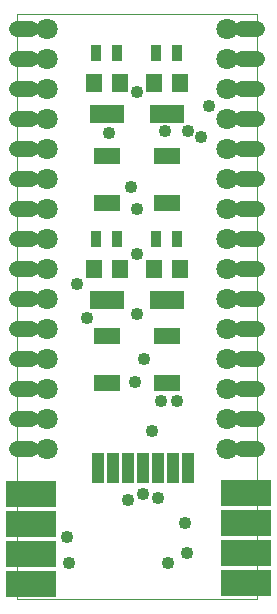
<source format=gts>
G75*
%MOIN*%
%OFA0B0*%
%FSLAX25Y25*%
%IPPOS*%
%LPD*%
%AMOC8*
5,1,8,0,0,1.08239X$1,22.5*
%
%ADD10C,0.00000*%
%ADD11R,0.08768X0.05500*%
%ADD12C,0.07100*%
%ADD13R,0.11524X0.06012*%
%ADD14R,0.05224X0.06012*%
%ADD15R,0.03650X0.05224*%
%ADD16R,0.16500X0.08500*%
%ADD17R,0.04043X0.10343*%
%ADD18C,0.05224*%
%ADD19C,0.04262*%
D10*
X0005050Y0028010D02*
X0005050Y0223010D01*
X0085050Y0223010D01*
X0085050Y0028010D01*
X0005050Y0028010D01*
D11*
X0035050Y0100215D03*
X0035050Y0115805D03*
X0035050Y0160215D03*
X0035050Y0175805D03*
X0055050Y0175805D03*
X0055050Y0160215D03*
X0055050Y0115805D03*
X0055050Y0100215D03*
D12*
X0075050Y0098010D03*
X0075050Y0108010D03*
X0075050Y0118010D03*
X0075050Y0128010D03*
X0075050Y0138010D03*
X0075050Y0148010D03*
X0075050Y0158010D03*
X0075050Y0168010D03*
X0075050Y0178010D03*
X0075050Y0188010D03*
X0075050Y0198010D03*
X0075050Y0208010D03*
X0075050Y0218010D03*
X0075050Y0088010D03*
X0075050Y0078010D03*
X0015050Y0078010D03*
X0015050Y0088010D03*
X0015050Y0098010D03*
X0015050Y0108010D03*
X0015050Y0118010D03*
X0015050Y0128010D03*
X0015050Y0138010D03*
X0015050Y0148010D03*
X0015050Y0158010D03*
X0015050Y0168010D03*
X0015050Y0178010D03*
X0015050Y0188010D03*
X0015050Y0198010D03*
X0015050Y0208010D03*
X0015050Y0218010D03*
D13*
X0035050Y0189892D03*
X0055050Y0189892D03*
X0055050Y0127892D03*
X0035050Y0127892D03*
D14*
X0030719Y0138128D03*
X0039381Y0138128D03*
X0050719Y0138128D03*
X0059381Y0138128D03*
X0059381Y0200128D03*
X0050719Y0200128D03*
X0039381Y0200128D03*
X0030719Y0200128D03*
D15*
X0031507Y0210010D03*
X0038593Y0210010D03*
X0051507Y0210010D03*
X0058593Y0210010D03*
X0058593Y0148010D03*
X0051507Y0148010D03*
X0038593Y0148010D03*
X0031507Y0148010D03*
D16*
X0009950Y0063010D03*
X0009950Y0053010D03*
X0009950Y0043010D03*
X0009950Y0033010D03*
X0081350Y0033410D03*
X0081350Y0043410D03*
X0081350Y0053410D03*
X0081350Y0063410D03*
D17*
X0062152Y0071762D03*
X0057152Y0071762D03*
X0052152Y0071762D03*
X0047152Y0071762D03*
X0042152Y0071762D03*
X0037152Y0071762D03*
X0032152Y0071762D03*
D18*
X0009774Y0078010D02*
X0005050Y0078010D01*
X0005050Y0088010D02*
X0009774Y0088010D01*
X0009774Y0098010D02*
X0005050Y0098010D01*
X0005050Y0108010D02*
X0009774Y0108010D01*
X0009774Y0118010D02*
X0005050Y0118010D01*
X0005050Y0128010D02*
X0009774Y0128010D01*
X0009774Y0138010D02*
X0005050Y0138010D01*
X0005050Y0148010D02*
X0009774Y0148010D01*
X0009774Y0158010D02*
X0005050Y0158010D01*
X0005050Y0168010D02*
X0009774Y0168010D01*
X0009774Y0178010D02*
X0005050Y0178010D01*
X0005050Y0188010D02*
X0009774Y0188010D01*
X0009774Y0198010D02*
X0005050Y0198010D01*
X0005050Y0208010D02*
X0009774Y0208010D01*
X0009774Y0218010D02*
X0005050Y0218010D01*
X0080326Y0218010D02*
X0085050Y0218010D01*
X0085050Y0208010D02*
X0080326Y0208010D01*
X0080326Y0198010D02*
X0085050Y0198010D01*
X0085050Y0188010D02*
X0080326Y0188010D01*
X0080326Y0178010D02*
X0085050Y0178010D01*
X0085050Y0168010D02*
X0080326Y0168010D01*
X0080326Y0158010D02*
X0085050Y0158010D01*
X0085050Y0148010D02*
X0080326Y0148010D01*
X0080326Y0138010D02*
X0085050Y0138010D01*
X0085050Y0128010D02*
X0080326Y0128010D01*
X0080326Y0118010D02*
X0085050Y0118010D01*
X0085050Y0108010D02*
X0080326Y0108010D01*
X0080326Y0098010D02*
X0085050Y0098010D01*
X0085050Y0088010D02*
X0080326Y0088010D01*
X0080326Y0078010D02*
X0085050Y0078010D01*
D19*
X0061950Y0043310D03*
X0061050Y0053510D03*
X0055450Y0040210D03*
X0052150Y0061810D03*
X0047050Y0063210D03*
X0042050Y0061110D03*
X0050250Y0084010D03*
X0053050Y0094010D03*
X0058550Y0094010D03*
X0047550Y0108010D03*
X0044550Y0100510D03*
X0045050Y0123010D03*
X0045050Y0143010D03*
X0045050Y0158010D03*
X0043050Y0165510D03*
X0035950Y0183510D03*
X0045050Y0197010D03*
X0054550Y0184010D03*
X0062050Y0184010D03*
X0066550Y0182010D03*
X0069050Y0192510D03*
X0028350Y0121710D03*
X0025050Y0133010D03*
X0021750Y0048910D03*
X0022350Y0040010D03*
M02*

</source>
